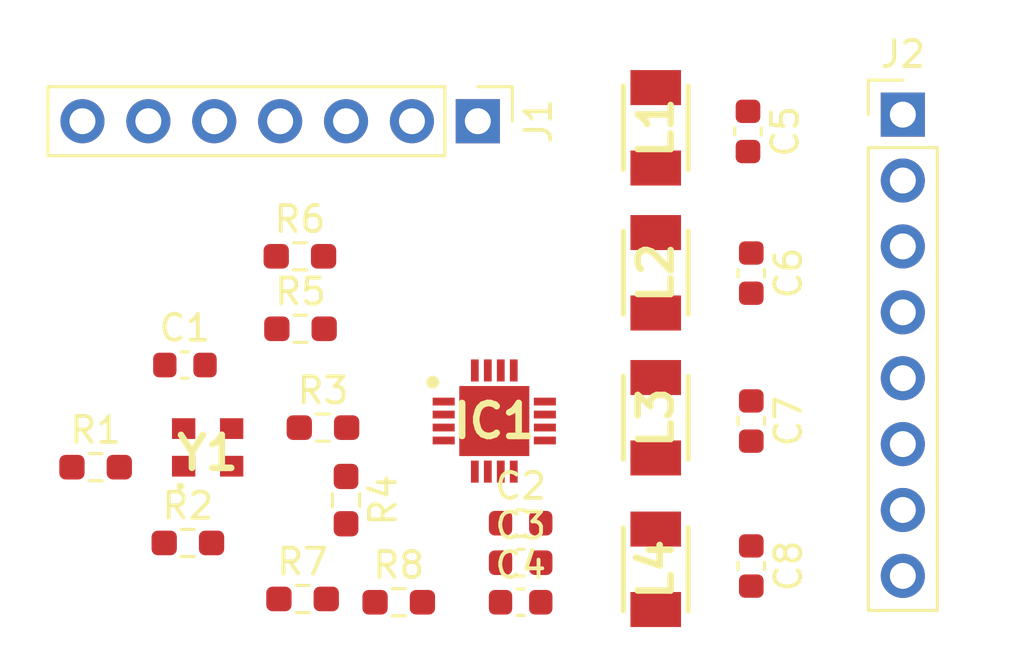
<source format=kicad_pcb>
(kicad_pcb (version 20171130) (host pcbnew "(5.1.10)-1")

  (general
    (thickness 1.6)
    (drawings 0)
    (tracks 0)
    (zones 0)
    (modules 24)
    (nets 21)
  )

  (page A4)
  (layers
    (0 F.Cu signal)
    (31 B.Cu signal)
    (32 B.Adhes user)
    (33 F.Adhes user)
    (34 B.Paste user)
    (35 F.Paste user)
    (36 B.SilkS user)
    (37 F.SilkS user)
    (38 B.Mask user)
    (39 F.Mask user)
    (40 Dwgs.User user)
    (41 Cmts.User user)
    (42 Eco1.User user)
    (43 Eco2.User user)
    (44 Edge.Cuts user)
    (45 Margin user)
    (46 B.CrtYd user)
    (47 F.CrtYd user)
    (48 B.Fab user)
    (49 F.Fab user)
  )

  (setup
    (last_trace_width 0.25)
    (trace_clearance 0.2)
    (zone_clearance 0.508)
    (zone_45_only no)
    (trace_min 0.2)
    (via_size 0.8)
    (via_drill 0.4)
    (via_min_size 0.4)
    (via_min_drill 0.3)
    (uvia_size 0.3)
    (uvia_drill 0.1)
    (uvias_allowed no)
    (uvia_min_size 0.2)
    (uvia_min_drill 0.1)
    (edge_width 0.05)
    (segment_width 0.2)
    (pcb_text_width 0.3)
    (pcb_text_size 1.5 1.5)
    (mod_edge_width 0.12)
    (mod_text_size 1 1)
    (mod_text_width 0.15)
    (pad_size 1.524 1.524)
    (pad_drill 0.762)
    (pad_to_mask_clearance 0)
    (aux_axis_origin 0 0)
    (visible_elements FFFFFF7F)
    (pcbplotparams
      (layerselection 0x010fc_ffffffff)
      (usegerberextensions false)
      (usegerberattributes true)
      (usegerberadvancedattributes true)
      (creategerberjobfile true)
      (excludeedgelayer true)
      (linewidth 0.100000)
      (plotframeref false)
      (viasonmask false)
      (mode 1)
      (useauxorigin false)
      (hpglpennumber 1)
      (hpglpenspeed 20)
      (hpglpendiameter 15.000000)
      (psnegative false)
      (psa4output false)
      (plotreference true)
      (plotvalue true)
      (plotinvisibletext false)
      (padsonsilk false)
      (subtractmaskfromsilk false)
      (outputformat 1)
      (mirror false)
      (drillshape 1)
      (scaleselection 1)
      (outputdirectory ""))
  )

  (net 0 "")
  (net 1 GND)
  (net 2 +3V3)
  (net 3 "Net-(C2-Pad1)")
  (net 4 IN3B)
  (net 5 IN3A)
  (net 6 IN2A)
  (net 7 IN2B)
  (net 8 IN1B)
  (net 9 IN1A)
  (net 10 IN0A)
  (net 11 IN0B)
  (net 12 SCL)
  (net 13 SDA)
  (net 14 "Net-(IC1-Pad3)")
  (net 15 Addr)
  (net 16 INTB)
  (net 17 SD)
  (net 18 "Net-(R1-Pad2)")
  (net 19 "Net-(R3-Pad1)")
  (net 20 ADDR)

  (net_class Default "This is the default net class."
    (clearance 0.2)
    (trace_width 0.25)
    (via_dia 0.8)
    (via_drill 0.4)
    (uvia_dia 0.3)
    (uvia_drill 0.1)
    (add_net +3V3)
    (add_net ADDR)
    (add_net Addr)
    (add_net GND)
    (add_net IN0A)
    (add_net IN0B)
    (add_net IN1A)
    (add_net IN1B)
    (add_net IN2A)
    (add_net IN2B)
    (add_net IN3A)
    (add_net IN3B)
    (add_net INTB)
    (add_net "Net-(C2-Pad1)")
    (add_net "Net-(IC1-Pad3)")
    (add_net "Net-(R1-Pad2)")
    (add_net "Net-(R3-Pad1)")
    (add_net SCL)
    (add_net SD)
    (add_net SDA)
  )

  (module Capacitor_SMD:C_0603_1608Metric (layer F.Cu) (tedit 5F68FEEE) (tstamp 60DAF6B6)
    (at 179.464 140.335)
    (descr "Capacitor SMD 0603 (1608 Metric), square (rectangular) end terminal, IPC_7351 nominal, (Body size source: IPC-SM-782 page 76, https://www.pcb-3d.com/wordpress/wp-content/uploads/ipc-sm-782a_amendment_1_and_2.pdf), generated with kicad-footprint-generator")
    (tags capacitor)
    (path /60DAA84A)
    (attr smd)
    (fp_text reference C1 (at 0 -1.43) (layer F.SilkS)
      (effects (font (size 1 1) (thickness 0.15)))
    )
    (fp_text value 0.01uF (at 0 1.43) (layer F.Fab)
      (effects (font (size 1 1) (thickness 0.15)))
    )
    (fp_text user %R (at 0 0) (layer F.Fab)
      (effects (font (size 0.4 0.4) (thickness 0.06)))
    )
    (fp_line (start -0.8 0.4) (end -0.8 -0.4) (layer F.Fab) (width 0.1))
    (fp_line (start -0.8 -0.4) (end 0.8 -0.4) (layer F.Fab) (width 0.1))
    (fp_line (start 0.8 -0.4) (end 0.8 0.4) (layer F.Fab) (width 0.1))
    (fp_line (start 0.8 0.4) (end -0.8 0.4) (layer F.Fab) (width 0.1))
    (fp_line (start -0.14058 -0.51) (end 0.14058 -0.51) (layer F.SilkS) (width 0.12))
    (fp_line (start -0.14058 0.51) (end 0.14058 0.51) (layer F.SilkS) (width 0.12))
    (fp_line (start -1.48 0.73) (end -1.48 -0.73) (layer F.CrtYd) (width 0.05))
    (fp_line (start -1.48 -0.73) (end 1.48 -0.73) (layer F.CrtYd) (width 0.05))
    (fp_line (start 1.48 -0.73) (end 1.48 0.73) (layer F.CrtYd) (width 0.05))
    (fp_line (start 1.48 0.73) (end -1.48 0.73) (layer F.CrtYd) (width 0.05))
    (pad 2 smd roundrect (at 0.775 0) (size 0.9 0.95) (layers F.Cu F.Paste F.Mask) (roundrect_rratio 0.25)
      (net 1 GND))
    (pad 1 smd roundrect (at -0.775 0) (size 0.9 0.95) (layers F.Cu F.Paste F.Mask) (roundrect_rratio 0.25)
      (net 2 +3V3))
    (model ${KISYS3DMOD}/Capacitor_SMD.3dshapes/C_0603_1608Metric.wrl
      (at (xyz 0 0 0))
      (scale (xyz 1 1 1))
      (rotate (xyz 0 0 0))
    )
  )

  (module Capacitor_SMD:C_0603_1608Metric (layer F.Cu) (tedit 5F68FEEE) (tstamp 60DAF716)
    (at 192.405 146.431)
    (descr "Capacitor SMD 0603 (1608 Metric), square (rectangular) end terminal, IPC_7351 nominal, (Body size source: IPC-SM-782 page 76, https://www.pcb-3d.com/wordpress/wp-content/uploads/ipc-sm-782a_amendment_1_and_2.pdf), generated with kicad-footprint-generator")
    (tags capacitor)
    (path /60DBB867)
    (attr smd)
    (fp_text reference C2 (at 0 -1.43) (layer F.SilkS)
      (effects (font (size 1 1) (thickness 0.15)))
    )
    (fp_text value 1uF (at 0 1.43) (layer F.Fab)
      (effects (font (size 1 1) (thickness 0.15)))
    )
    (fp_line (start 1.48 0.73) (end -1.48 0.73) (layer F.CrtYd) (width 0.05))
    (fp_line (start 1.48 -0.73) (end 1.48 0.73) (layer F.CrtYd) (width 0.05))
    (fp_line (start -1.48 -0.73) (end 1.48 -0.73) (layer F.CrtYd) (width 0.05))
    (fp_line (start -1.48 0.73) (end -1.48 -0.73) (layer F.CrtYd) (width 0.05))
    (fp_line (start -0.14058 0.51) (end 0.14058 0.51) (layer F.SilkS) (width 0.12))
    (fp_line (start -0.14058 -0.51) (end 0.14058 -0.51) (layer F.SilkS) (width 0.12))
    (fp_line (start 0.8 0.4) (end -0.8 0.4) (layer F.Fab) (width 0.1))
    (fp_line (start 0.8 -0.4) (end 0.8 0.4) (layer F.Fab) (width 0.1))
    (fp_line (start -0.8 -0.4) (end 0.8 -0.4) (layer F.Fab) (width 0.1))
    (fp_line (start -0.8 0.4) (end -0.8 -0.4) (layer F.Fab) (width 0.1))
    (fp_text user %R (at 0 0) (layer F.Fab)
      (effects (font (size 0.4 0.4) (thickness 0.06)))
    )
    (pad 1 smd roundrect (at -0.775 0) (size 0.9 0.95) (layers F.Cu F.Paste F.Mask) (roundrect_rratio 0.25)
      (net 3 "Net-(C2-Pad1)"))
    (pad 2 smd roundrect (at 0.775 0) (size 0.9 0.95) (layers F.Cu F.Paste F.Mask) (roundrect_rratio 0.25)
      (net 1 GND))
    (model ${KISYS3DMOD}/Capacitor_SMD.3dshapes/C_0603_1608Metric.wrl
      (at (xyz 0 0 0))
      (scale (xyz 1 1 1))
      (rotate (xyz 0 0 0))
    )
  )

  (module Capacitor_SMD:C_0603_1608Metric (layer F.Cu) (tedit 5F68FEEE) (tstamp 60DAF6E6)
    (at 192.405 147.955)
    (descr "Capacitor SMD 0603 (1608 Metric), square (rectangular) end terminal, IPC_7351 nominal, (Body size source: IPC-SM-782 page 76, https://www.pcb-3d.com/wordpress/wp-content/uploads/ipc-sm-782a_amendment_1_and_2.pdf), generated with kicad-footprint-generator")
    (tags capacitor)
    (path /60DBBCDC)
    (attr smd)
    (fp_text reference C3 (at 0 -1.43) (layer F.SilkS)
      (effects (font (size 1 1) (thickness 0.15)))
    )
    (fp_text value 0.1uF (at 0 1.43) (layer F.Fab)
      (effects (font (size 1 1) (thickness 0.15)))
    )
    (fp_line (start 1.48 0.73) (end -1.48 0.73) (layer F.CrtYd) (width 0.05))
    (fp_line (start 1.48 -0.73) (end 1.48 0.73) (layer F.CrtYd) (width 0.05))
    (fp_line (start -1.48 -0.73) (end 1.48 -0.73) (layer F.CrtYd) (width 0.05))
    (fp_line (start -1.48 0.73) (end -1.48 -0.73) (layer F.CrtYd) (width 0.05))
    (fp_line (start -0.14058 0.51) (end 0.14058 0.51) (layer F.SilkS) (width 0.12))
    (fp_line (start -0.14058 -0.51) (end 0.14058 -0.51) (layer F.SilkS) (width 0.12))
    (fp_line (start 0.8 0.4) (end -0.8 0.4) (layer F.Fab) (width 0.1))
    (fp_line (start 0.8 -0.4) (end 0.8 0.4) (layer F.Fab) (width 0.1))
    (fp_line (start -0.8 -0.4) (end 0.8 -0.4) (layer F.Fab) (width 0.1))
    (fp_line (start -0.8 0.4) (end -0.8 -0.4) (layer F.Fab) (width 0.1))
    (fp_text user %R (at 0 0) (layer F.Fab)
      (effects (font (size 0.4 0.4) (thickness 0.06)))
    )
    (pad 1 smd roundrect (at -0.775 0) (size 0.9 0.95) (layers F.Cu F.Paste F.Mask) (roundrect_rratio 0.25)
      (net 3 "Net-(C2-Pad1)"))
    (pad 2 smd roundrect (at 0.775 0) (size 0.9 0.95) (layers F.Cu F.Paste F.Mask) (roundrect_rratio 0.25)
      (net 1 GND))
    (model ${KISYS3DMOD}/Capacitor_SMD.3dshapes/C_0603_1608Metric.wrl
      (at (xyz 0 0 0))
      (scale (xyz 1 1 1))
      (rotate (xyz 0 0 0))
    )
  )

  (module Capacitor_SMD:C_0603_1608Metric (layer F.Cu) (tedit 5F68FEEE) (tstamp 60DAF686)
    (at 192.405 149.479)
    (descr "Capacitor SMD 0603 (1608 Metric), square (rectangular) end terminal, IPC_7351 nominal, (Body size source: IPC-SM-782 page 76, https://www.pcb-3d.com/wordpress/wp-content/uploads/ipc-sm-782a_amendment_1_and_2.pdf), generated with kicad-footprint-generator")
    (tags capacitor)
    (path /60DBC1A7)
    (attr smd)
    (fp_text reference C4 (at 0 -1.43) (layer F.SilkS)
      (effects (font (size 1 1) (thickness 0.15)))
    )
    (fp_text value 0.01uF (at 0 1.43) (layer F.Fab)
      (effects (font (size 1 1) (thickness 0.15)))
    )
    (fp_text user %R (at 0 0) (layer F.Fab)
      (effects (font (size 0.4 0.4) (thickness 0.06)))
    )
    (fp_line (start -0.8 0.4) (end -0.8 -0.4) (layer F.Fab) (width 0.1))
    (fp_line (start -0.8 -0.4) (end 0.8 -0.4) (layer F.Fab) (width 0.1))
    (fp_line (start 0.8 -0.4) (end 0.8 0.4) (layer F.Fab) (width 0.1))
    (fp_line (start 0.8 0.4) (end -0.8 0.4) (layer F.Fab) (width 0.1))
    (fp_line (start -0.14058 -0.51) (end 0.14058 -0.51) (layer F.SilkS) (width 0.12))
    (fp_line (start -0.14058 0.51) (end 0.14058 0.51) (layer F.SilkS) (width 0.12))
    (fp_line (start -1.48 0.73) (end -1.48 -0.73) (layer F.CrtYd) (width 0.05))
    (fp_line (start -1.48 -0.73) (end 1.48 -0.73) (layer F.CrtYd) (width 0.05))
    (fp_line (start 1.48 -0.73) (end 1.48 0.73) (layer F.CrtYd) (width 0.05))
    (fp_line (start 1.48 0.73) (end -1.48 0.73) (layer F.CrtYd) (width 0.05))
    (pad 2 smd roundrect (at 0.775 0) (size 0.9 0.95) (layers F.Cu F.Paste F.Mask) (roundrect_rratio 0.25)
      (net 1 GND))
    (pad 1 smd roundrect (at -0.775 0) (size 0.9 0.95) (layers F.Cu F.Paste F.Mask) (roundrect_rratio 0.25)
      (net 3 "Net-(C2-Pad1)"))
    (model ${KISYS3DMOD}/Capacitor_SMD.3dshapes/C_0603_1608Metric.wrl
      (at (xyz 0 0 0))
      (scale (xyz 1 1 1))
      (rotate (xyz 0 0 0))
    )
  )

  (module Capacitor_SMD:C_0603_1608Metric (layer F.Cu) (tedit 5F68FEEE) (tstamp 60DAF656)
    (at 201.168 131.331 270)
    (descr "Capacitor SMD 0603 (1608 Metric), square (rectangular) end terminal, IPC_7351 nominal, (Body size source: IPC-SM-782 page 76, https://www.pcb-3d.com/wordpress/wp-content/uploads/ipc-sm-782a_amendment_1_and_2.pdf), generated with kicad-footprint-generator")
    (tags capacitor)
    (path /60DC7EDB)
    (attr smd)
    (fp_text reference C5 (at 0 -1.43 90) (layer F.SilkS)
      (effects (font (size 1 1) (thickness 0.15)))
    )
    (fp_text value 33pF (at 0 1.43 90) (layer F.Fab)
      (effects (font (size 1 1) (thickness 0.15)))
    )
    (fp_line (start 1.48 0.73) (end -1.48 0.73) (layer F.CrtYd) (width 0.05))
    (fp_line (start 1.48 -0.73) (end 1.48 0.73) (layer F.CrtYd) (width 0.05))
    (fp_line (start -1.48 -0.73) (end 1.48 -0.73) (layer F.CrtYd) (width 0.05))
    (fp_line (start -1.48 0.73) (end -1.48 -0.73) (layer F.CrtYd) (width 0.05))
    (fp_line (start -0.14058 0.51) (end 0.14058 0.51) (layer F.SilkS) (width 0.12))
    (fp_line (start -0.14058 -0.51) (end 0.14058 -0.51) (layer F.SilkS) (width 0.12))
    (fp_line (start 0.8 0.4) (end -0.8 0.4) (layer F.Fab) (width 0.1))
    (fp_line (start 0.8 -0.4) (end 0.8 0.4) (layer F.Fab) (width 0.1))
    (fp_line (start -0.8 -0.4) (end 0.8 -0.4) (layer F.Fab) (width 0.1))
    (fp_line (start -0.8 0.4) (end -0.8 -0.4) (layer F.Fab) (width 0.1))
    (fp_text user %R (at 0 0 90) (layer F.Fab)
      (effects (font (size 0.4 0.4) (thickness 0.06)))
    )
    (pad 1 smd roundrect (at -0.775 0 270) (size 0.9 0.95) (layers F.Cu F.Paste F.Mask) (roundrect_rratio 0.25)
      (net 4 IN3B))
    (pad 2 smd roundrect (at 0.775 0 270) (size 0.9 0.95) (layers F.Cu F.Paste F.Mask) (roundrect_rratio 0.25)
      (net 5 IN3A))
    (model ${KISYS3DMOD}/Capacitor_SMD.3dshapes/C_0603_1608Metric.wrl
      (at (xyz 0 0 0))
      (scale (xyz 1 1 1))
      (rotate (xyz 0 0 0))
    )
  )

  (module Capacitor_SMD:C_0603_1608Metric (layer F.Cu) (tedit 5F68FEEE) (tstamp 60DAF626)
    (at 201.295 136.792 270)
    (descr "Capacitor SMD 0603 (1608 Metric), square (rectangular) end terminal, IPC_7351 nominal, (Body size source: IPC-SM-782 page 76, https://www.pcb-3d.com/wordpress/wp-content/uploads/ipc-sm-782a_amendment_1_and_2.pdf), generated with kicad-footprint-generator")
    (tags capacitor)
    (path /60DC8520)
    (attr smd)
    (fp_text reference C6 (at 0 -1.43 90) (layer F.SilkS)
      (effects (font (size 1 1) (thickness 0.15)))
    )
    (fp_text value 33pF (at 0 1.43 90) (layer F.Fab)
      (effects (font (size 1 1) (thickness 0.15)))
    )
    (fp_text user %R (at 0 0 90) (layer F.Fab)
      (effects (font (size 0.4 0.4) (thickness 0.06)))
    )
    (fp_line (start -0.8 0.4) (end -0.8 -0.4) (layer F.Fab) (width 0.1))
    (fp_line (start -0.8 -0.4) (end 0.8 -0.4) (layer F.Fab) (width 0.1))
    (fp_line (start 0.8 -0.4) (end 0.8 0.4) (layer F.Fab) (width 0.1))
    (fp_line (start 0.8 0.4) (end -0.8 0.4) (layer F.Fab) (width 0.1))
    (fp_line (start -0.14058 -0.51) (end 0.14058 -0.51) (layer F.SilkS) (width 0.12))
    (fp_line (start -0.14058 0.51) (end 0.14058 0.51) (layer F.SilkS) (width 0.12))
    (fp_line (start -1.48 0.73) (end -1.48 -0.73) (layer F.CrtYd) (width 0.05))
    (fp_line (start -1.48 -0.73) (end 1.48 -0.73) (layer F.CrtYd) (width 0.05))
    (fp_line (start 1.48 -0.73) (end 1.48 0.73) (layer F.CrtYd) (width 0.05))
    (fp_line (start 1.48 0.73) (end -1.48 0.73) (layer F.CrtYd) (width 0.05))
    (pad 2 smd roundrect (at 0.775 0 270) (size 0.9 0.95) (layers F.Cu F.Paste F.Mask) (roundrect_rratio 0.25)
      (net 6 IN2A))
    (pad 1 smd roundrect (at -0.775 0 270) (size 0.9 0.95) (layers F.Cu F.Paste F.Mask) (roundrect_rratio 0.25)
      (net 7 IN2B))
    (model ${KISYS3DMOD}/Capacitor_SMD.3dshapes/C_0603_1608Metric.wrl
      (at (xyz 0 0 0))
      (scale (xyz 1 1 1))
      (rotate (xyz 0 0 0))
    )
  )

  (module Capacitor_SMD:C_0603_1608Metric (layer F.Cu) (tedit 5F68FEEE) (tstamp 60DAF7A3)
    (at 201.295 142.494 270)
    (descr "Capacitor SMD 0603 (1608 Metric), square (rectangular) end terminal, IPC_7351 nominal, (Body size source: IPC-SM-782 page 76, https://www.pcb-3d.com/wordpress/wp-content/uploads/ipc-sm-782a_amendment_1_and_2.pdf), generated with kicad-footprint-generator")
    (tags capacitor)
    (path /60DC8AC9)
    (attr smd)
    (fp_text reference C7 (at 0 -1.43 90) (layer F.SilkS)
      (effects (font (size 1 1) (thickness 0.15)))
    )
    (fp_text value 33pF (at 0 1.43 90) (layer F.Fab)
      (effects (font (size 1 1) (thickness 0.15)))
    )
    (fp_line (start 1.48 0.73) (end -1.48 0.73) (layer F.CrtYd) (width 0.05))
    (fp_line (start 1.48 -0.73) (end 1.48 0.73) (layer F.CrtYd) (width 0.05))
    (fp_line (start -1.48 -0.73) (end 1.48 -0.73) (layer F.CrtYd) (width 0.05))
    (fp_line (start -1.48 0.73) (end -1.48 -0.73) (layer F.CrtYd) (width 0.05))
    (fp_line (start -0.14058 0.51) (end 0.14058 0.51) (layer F.SilkS) (width 0.12))
    (fp_line (start -0.14058 -0.51) (end 0.14058 -0.51) (layer F.SilkS) (width 0.12))
    (fp_line (start 0.8 0.4) (end -0.8 0.4) (layer F.Fab) (width 0.1))
    (fp_line (start 0.8 -0.4) (end 0.8 0.4) (layer F.Fab) (width 0.1))
    (fp_line (start -0.8 -0.4) (end 0.8 -0.4) (layer F.Fab) (width 0.1))
    (fp_line (start -0.8 0.4) (end -0.8 -0.4) (layer F.Fab) (width 0.1))
    (fp_text user %R (at 0 0 90) (layer F.Fab)
      (effects (font (size 0.4 0.4) (thickness 0.06)))
    )
    (pad 1 smd roundrect (at -0.775 0 270) (size 0.9 0.95) (layers F.Cu F.Paste F.Mask) (roundrect_rratio 0.25)
      (net 8 IN1B))
    (pad 2 smd roundrect (at 0.775 0 270) (size 0.9 0.95) (layers F.Cu F.Paste F.Mask) (roundrect_rratio 0.25)
      (net 9 IN1A))
    (model ${KISYS3DMOD}/Capacitor_SMD.3dshapes/C_0603_1608Metric.wrl
      (at (xyz 0 0 0))
      (scale (xyz 1 1 1))
      (rotate (xyz 0 0 0))
    )
  )

  (module Capacitor_SMD:C_0603_1608Metric (layer F.Cu) (tedit 5F68FEEE) (tstamp 60DAF5F6)
    (at 201.295 148.082 270)
    (descr "Capacitor SMD 0603 (1608 Metric), square (rectangular) end terminal, IPC_7351 nominal, (Body size source: IPC-SM-782 page 76, https://www.pcb-3d.com/wordpress/wp-content/uploads/ipc-sm-782a_amendment_1_and_2.pdf), generated with kicad-footprint-generator")
    (tags capacitor)
    (path /60DC9042)
    (attr smd)
    (fp_text reference C8 (at 0 -1.43 90) (layer F.SilkS)
      (effects (font (size 1 1) (thickness 0.15)))
    )
    (fp_text value 33pF (at 0 1.43 90) (layer F.Fab)
      (effects (font (size 1 1) (thickness 0.15)))
    )
    (fp_text user %R (at 0 0 90) (layer F.Fab)
      (effects (font (size 0.4 0.4) (thickness 0.06)))
    )
    (fp_line (start -0.8 0.4) (end -0.8 -0.4) (layer F.Fab) (width 0.1))
    (fp_line (start -0.8 -0.4) (end 0.8 -0.4) (layer F.Fab) (width 0.1))
    (fp_line (start 0.8 -0.4) (end 0.8 0.4) (layer F.Fab) (width 0.1))
    (fp_line (start 0.8 0.4) (end -0.8 0.4) (layer F.Fab) (width 0.1))
    (fp_line (start -0.14058 -0.51) (end 0.14058 -0.51) (layer F.SilkS) (width 0.12))
    (fp_line (start -0.14058 0.51) (end 0.14058 0.51) (layer F.SilkS) (width 0.12))
    (fp_line (start -1.48 0.73) (end -1.48 -0.73) (layer F.CrtYd) (width 0.05))
    (fp_line (start -1.48 -0.73) (end 1.48 -0.73) (layer F.CrtYd) (width 0.05))
    (fp_line (start 1.48 -0.73) (end 1.48 0.73) (layer F.CrtYd) (width 0.05))
    (fp_line (start 1.48 0.73) (end -1.48 0.73) (layer F.CrtYd) (width 0.05))
    (pad 2 smd roundrect (at 0.775 0 270) (size 0.9 0.95) (layers F.Cu F.Paste F.Mask) (roundrect_rratio 0.25)
      (net 10 IN0A))
    (pad 1 smd roundrect (at -0.775 0 270) (size 0.9 0.95) (layers F.Cu F.Paste F.Mask) (roundrect_rratio 0.25)
      (net 11 IN0B))
    (model ${KISYS3DMOD}/Capacitor_SMD.3dshapes/C_0603_1608Metric.wrl
      (at (xyz 0 0 0))
      (scale (xyz 1 1 1))
      (rotate (xyz 0 0 0))
    )
  )

  (module QFN50P400X400X80-17N (layer F.Cu) (tedit 0) (tstamp 60DAF755)
    (at 191.389 142.494)
    (descr "RGH0016A 2021")
    (tags "Integrated Circuit")
    (path /60DA3158)
    (attr smd)
    (fp_text reference IC1 (at 0 0) (layer F.SilkS)
      (effects (font (size 1.27 1.27) (thickness 0.254)))
    )
    (fp_text value FDC2214QRGHRQ1 (at 0 0) (layer F.SilkS) hide
      (effects (font (size 1.27 1.27) (thickness 0.254)))
    )
    (fp_circle (center -2.375 -1.5) (end -2.375 -1.375) (layer F.SilkS) (width 0.25))
    (fp_line (start -2 -1.5) (end -1.5 -2) (layer F.Fab) (width 0.1))
    (fp_line (start -2 2) (end -2 -2) (layer F.Fab) (width 0.1))
    (fp_line (start 2 2) (end -2 2) (layer F.Fab) (width 0.1))
    (fp_line (start 2 -2) (end 2 2) (layer F.Fab) (width 0.1))
    (fp_line (start -2 -2) (end 2 -2) (layer F.Fab) (width 0.1))
    (fp_line (start -2.625 2.625) (end -2.625 -2.625) (layer F.CrtYd) (width 0.05))
    (fp_line (start 2.625 2.625) (end -2.625 2.625) (layer F.CrtYd) (width 0.05))
    (fp_line (start 2.625 -2.625) (end 2.625 2.625) (layer F.CrtYd) (width 0.05))
    (fp_line (start -2.625 -2.625) (end 2.625 -2.625) (layer F.CrtYd) (width 0.05))
    (fp_text user %R (at 0 0) (layer F.Fab)
      (effects (font (size 1.27 1.27) (thickness 0.254)))
    )
    (pad 1 smd rect (at -1.95 -0.75 90) (size 0.3 0.85) (layers F.Cu F.Paste F.Mask)
      (net 12 SCL))
    (pad 2 smd rect (at -1.95 -0.25 90) (size 0.3 0.85) (layers F.Cu F.Paste F.Mask)
      (net 13 SDA))
    (pad 3 smd rect (at -1.95 0.25 90) (size 0.3 0.85) (layers F.Cu F.Paste F.Mask)
      (net 14 "Net-(IC1-Pad3)"))
    (pad 4 smd rect (at -1.95 0.75 90) (size 0.3 0.85) (layers F.Cu F.Paste F.Mask)
      (net 15 Addr))
    (pad 5 smd rect (at -0.75 1.95) (size 0.3 0.85) (layers F.Cu F.Paste F.Mask)
      (net 16 INTB))
    (pad 6 smd rect (at -0.25 1.95) (size 0.3 0.85) (layers F.Cu F.Paste F.Mask)
      (net 17 SD))
    (pad 7 smd rect (at 0.25 1.95) (size 0.3 0.85) (layers F.Cu F.Paste F.Mask)
      (net 3 "Net-(C2-Pad1)"))
    (pad 8 smd rect (at 0.75 1.95) (size 0.3 0.85) (layers F.Cu F.Paste F.Mask)
      (net 1 GND))
    (pad 9 smd rect (at 1.95 0.75 90) (size 0.3 0.85) (layers F.Cu F.Paste F.Mask)
      (net 10 IN0A))
    (pad 10 smd rect (at 1.95 0.25 90) (size 0.3 0.85) (layers F.Cu F.Paste F.Mask)
      (net 11 IN0B))
    (pad 11 smd rect (at 1.95 -0.25 90) (size 0.3 0.85) (layers F.Cu F.Paste F.Mask)
      (net 9 IN1A))
    (pad 12 smd rect (at 1.95 -0.75 90) (size 0.3 0.85) (layers F.Cu F.Paste F.Mask)
      (net 8 IN1B))
    (pad 13 smd rect (at 0.75 -1.95) (size 0.3 0.85) (layers F.Cu F.Paste F.Mask)
      (net 6 IN2A))
    (pad 14 smd rect (at 0.25 -1.95) (size 0.3 0.85) (layers F.Cu F.Paste F.Mask)
      (net 7 IN2B))
    (pad 15 smd rect (at -0.25 -1.95) (size 0.3 0.85) (layers F.Cu F.Paste F.Mask)
      (net 5 IN3A))
    (pad 16 smd rect (at -0.75 -1.95) (size 0.3 0.85) (layers F.Cu F.Paste F.Mask)
      (net 4 IN3B))
    (pad 17 smd rect (at 0 0) (size 2.7 2.7) (layers F.Cu F.Paste F.Mask)
      (net 1 GND))
    (model C:\SamacSys_PCB_Library\KiCad\SamacSys_Parts.3dshapes\FDC2214QRGHRQ1.stp
      (at (xyz 0 0 0))
      (scale (xyz 1 1 1))
      (rotate (xyz 0 0 0))
    )
  )

  (module Connector_PinHeader_2.54mm:PinHeader_1x07_P2.54mm_Vertical (layer F.Cu) (tedit 59FED5CC) (tstamp 60DAF3E1)
    (at 190.754 130.937 270)
    (descr "Through hole straight pin header, 1x07, 2.54mm pitch, single row")
    (tags "Through hole pin header THT 1x07 2.54mm single row")
    (path /60DE4AAE)
    (fp_text reference J1 (at 0 -2.33 90) (layer F.SilkS)
      (effects (font (size 1 1) (thickness 0.15)))
    )
    (fp_text value Conn_01x07 (at 0 17.57 90) (layer F.Fab)
      (effects (font (size 1 1) (thickness 0.15)))
    )
    (fp_line (start 1.8 -1.8) (end -1.8 -1.8) (layer F.CrtYd) (width 0.05))
    (fp_line (start 1.8 17.05) (end 1.8 -1.8) (layer F.CrtYd) (width 0.05))
    (fp_line (start -1.8 17.05) (end 1.8 17.05) (layer F.CrtYd) (width 0.05))
    (fp_line (start -1.8 -1.8) (end -1.8 17.05) (layer F.CrtYd) (width 0.05))
    (fp_line (start -1.33 -1.33) (end 0 -1.33) (layer F.SilkS) (width 0.12))
    (fp_line (start -1.33 0) (end -1.33 -1.33) (layer F.SilkS) (width 0.12))
    (fp_line (start -1.33 1.27) (end 1.33 1.27) (layer F.SilkS) (width 0.12))
    (fp_line (start 1.33 1.27) (end 1.33 16.57) (layer F.SilkS) (width 0.12))
    (fp_line (start -1.33 1.27) (end -1.33 16.57) (layer F.SilkS) (width 0.12))
    (fp_line (start -1.33 16.57) (end 1.33 16.57) (layer F.SilkS) (width 0.12))
    (fp_line (start -1.27 -0.635) (end -0.635 -1.27) (layer F.Fab) (width 0.1))
    (fp_line (start -1.27 16.51) (end -1.27 -0.635) (layer F.Fab) (width 0.1))
    (fp_line (start 1.27 16.51) (end -1.27 16.51) (layer F.Fab) (width 0.1))
    (fp_line (start 1.27 -1.27) (end 1.27 16.51) (layer F.Fab) (width 0.1))
    (fp_line (start -0.635 -1.27) (end 1.27 -1.27) (layer F.Fab) (width 0.1))
    (fp_text user %R (at 0 7.62) (layer F.Fab)
      (effects (font (size 1 1) (thickness 0.15)))
    )
    (pad 1 thru_hole rect (at 0 0 270) (size 1.7 1.7) (drill 1) (layers *.Cu *.Mask)
      (net 1 GND))
    (pad 2 thru_hole oval (at 0 2.54 270) (size 1.7 1.7) (drill 1) (layers *.Cu *.Mask)
      (net 2 +3V3))
    (pad 3 thru_hole oval (at 0 5.08 270) (size 1.7 1.7) (drill 1) (layers *.Cu *.Mask)
      (net 17 SD))
    (pad 4 thru_hole oval (at 0 7.62 270) (size 1.7 1.7) (drill 1) (layers *.Cu *.Mask)
      (net 16 INTB))
    (pad 5 thru_hole oval (at 0 10.16 270) (size 1.7 1.7) (drill 1) (layers *.Cu *.Mask)
      (net 20 ADDR))
    (pad 6 thru_hole oval (at 0 12.7 270) (size 1.7 1.7) (drill 1) (layers *.Cu *.Mask)
      (net 13 SDA))
    (pad 7 thru_hole oval (at 0 15.24 270) (size 1.7 1.7) (drill 1) (layers *.Cu *.Mask)
      (net 12 SCL))
    (model ${KISYS3DMOD}/Connector_PinHeader_2.54mm.3dshapes/PinHeader_1x07_P2.54mm_Vertical.wrl
      (at (xyz 0 0 0))
      (scale (xyz 1 1 1))
      (rotate (xyz 0 0 0))
    )
  )

  (module Connector_PinHeader_2.54mm:PinHeader_1x08_P2.54mm_Vertical (layer F.Cu) (tedit 59FED5CC) (tstamp 60DAF430)
    (at 207.137 130.683)
    (descr "Through hole straight pin header, 1x08, 2.54mm pitch, single row")
    (tags "Through hole pin header THT 1x08 2.54mm single row")
    (path /60DE4177)
    (fp_text reference J2 (at 0 -2.33) (layer F.SilkS)
      (effects (font (size 1 1) (thickness 0.15)))
    )
    (fp_text value Conn_01x08 (at 0 20.11) (layer F.Fab)
      (effects (font (size 1 1) (thickness 0.15)))
    )
    (fp_line (start 1.8 -1.8) (end -1.8 -1.8) (layer F.CrtYd) (width 0.05))
    (fp_line (start 1.8 19.55) (end 1.8 -1.8) (layer F.CrtYd) (width 0.05))
    (fp_line (start -1.8 19.55) (end 1.8 19.55) (layer F.CrtYd) (width 0.05))
    (fp_line (start -1.8 -1.8) (end -1.8 19.55) (layer F.CrtYd) (width 0.05))
    (fp_line (start -1.33 -1.33) (end 0 -1.33) (layer F.SilkS) (width 0.12))
    (fp_line (start -1.33 0) (end -1.33 -1.33) (layer F.SilkS) (width 0.12))
    (fp_line (start -1.33 1.27) (end 1.33 1.27) (layer F.SilkS) (width 0.12))
    (fp_line (start 1.33 1.27) (end 1.33 19.11) (layer F.SilkS) (width 0.12))
    (fp_line (start -1.33 1.27) (end -1.33 19.11) (layer F.SilkS) (width 0.12))
    (fp_line (start -1.33 19.11) (end 1.33 19.11) (layer F.SilkS) (width 0.12))
    (fp_line (start -1.27 -0.635) (end -0.635 -1.27) (layer F.Fab) (width 0.1))
    (fp_line (start -1.27 19.05) (end -1.27 -0.635) (layer F.Fab) (width 0.1))
    (fp_line (start 1.27 19.05) (end -1.27 19.05) (layer F.Fab) (width 0.1))
    (fp_line (start 1.27 -1.27) (end 1.27 19.05) (layer F.Fab) (width 0.1))
    (fp_line (start -0.635 -1.27) (end 1.27 -1.27) (layer F.Fab) (width 0.1))
    (fp_text user %R (at 0 8.89 90) (layer F.Fab)
      (effects (font (size 1 1) (thickness 0.15)))
    )
    (pad 1 thru_hole rect (at 0 0) (size 1.7 1.7) (drill 1) (layers *.Cu *.Mask)
      (net 4 IN3B))
    (pad 2 thru_hole oval (at 0 2.54) (size 1.7 1.7) (drill 1) (layers *.Cu *.Mask)
      (net 5 IN3A))
    (pad 3 thru_hole oval (at 0 5.08) (size 1.7 1.7) (drill 1) (layers *.Cu *.Mask)
      (net 7 IN2B))
    (pad 4 thru_hole oval (at 0 7.62) (size 1.7 1.7) (drill 1) (layers *.Cu *.Mask)
      (net 6 IN2A))
    (pad 5 thru_hole oval (at 0 10.16) (size 1.7 1.7) (drill 1) (layers *.Cu *.Mask)
      (net 8 IN1B))
    (pad 6 thru_hole oval (at 0 12.7) (size 1.7 1.7) (drill 1) (layers *.Cu *.Mask)
      (net 9 IN1A))
    (pad 7 thru_hole oval (at 0 15.24) (size 1.7 1.7) (drill 1) (layers *.Cu *.Mask)
      (net 11 IN0B))
    (pad 8 thru_hole oval (at 0 17.78) (size 1.7 1.7) (drill 1) (layers *.Cu *.Mask)
      (net 10 IN0A))
    (model ${KISYS3DMOD}/Connector_PinHeader_2.54mm.3dshapes/PinHeader_1x08_P2.54mm_Vertical.wrl
      (at (xyz 0 0 0))
      (scale (xyz 1 1 1))
      (rotate (xyz 0 0 0))
    )
  )

  (module INDPM3225X240N (layer F.Cu) (tedit 0) (tstamp 60DAF305)
    (at 197.612 131.191 90)
    (descr CMH322522)
    (tags Inductor)
    (path /60DC4DAE)
    (attr smd)
    (fp_text reference L1 (at 0 0 90) (layer F.SilkS)
      (effects (font (size 1.27 1.27) (thickness 0.254)))
    )
    (fp_text value CMH322522-180KL (at 0 0 90) (layer F.SilkS) hide
      (effects (font (size 1.27 1.27) (thickness 0.254)))
    )
    (fp_line (start -1.6 1.25) (end 1.6 1.25) (layer F.SilkS) (width 0.2))
    (fp_line (start 1.6 -1.25) (end -1.6 -1.25) (layer F.SilkS) (width 0.2))
    (fp_line (start -1.6 1.25) (end -1.6 -1.25) (layer F.Fab) (width 0.1))
    (fp_line (start 1.6 1.25) (end -1.6 1.25) (layer F.Fab) (width 0.1))
    (fp_line (start 1.6 -1.25) (end 1.6 1.25) (layer F.Fab) (width 0.1))
    (fp_line (start -1.6 -1.25) (end 1.6 -1.25) (layer F.Fab) (width 0.1))
    (fp_line (start -2.475 1.6) (end -2.475 -1.6) (layer F.CrtYd) (width 0.05))
    (fp_line (start 2.475 1.6) (end -2.475 1.6) (layer F.CrtYd) (width 0.05))
    (fp_line (start 2.475 -1.6) (end 2.475 1.6) (layer F.CrtYd) (width 0.05))
    (fp_line (start -2.475 -1.6) (end 2.475 -1.6) (layer F.CrtYd) (width 0.05))
    (fp_text user %R (at 0 0 90) (layer F.Fab)
      (effects (font (size 1.27 1.27) (thickness 0.254)))
    )
    (pad 1 smd rect (at -1.55 0 90) (size 1.35 1.95) (layers F.Cu F.Paste F.Mask)
      (net 5 IN3A))
    (pad 2 smd rect (at 1.55 0 90) (size 1.35 1.95) (layers F.Cu F.Paste F.Mask)
      (net 4 IN3B))
    (model C:\SamacSys_PCB_Library\KiCad\SamacSys_Parts.3dshapes\CMH322522-180KL.stp
      (at (xyz 0 0 0))
      (scale (xyz 1 1 1))
      (rotate (xyz 0 0 0))
    )
  )

  (module INDPM3225X240N (layer F.Cu) (tedit 0) (tstamp 60DAF5C6)
    (at 197.612 136.779 90)
    (descr CMH322522)
    (tags Inductor)
    (path /60DA4119)
    (attr smd)
    (fp_text reference L2 (at 0 0 90) (layer F.SilkS)
      (effects (font (size 1.27 1.27) (thickness 0.254)))
    )
    (fp_text value CMH322522-180KL (at 0 0 90) (layer F.SilkS) hide
      (effects (font (size 1.27 1.27) (thickness 0.254)))
    )
    (fp_text user %R (at 0 0 90) (layer F.Fab)
      (effects (font (size 1.27 1.27) (thickness 0.254)))
    )
    (fp_line (start -2.475 -1.6) (end 2.475 -1.6) (layer F.CrtYd) (width 0.05))
    (fp_line (start 2.475 -1.6) (end 2.475 1.6) (layer F.CrtYd) (width 0.05))
    (fp_line (start 2.475 1.6) (end -2.475 1.6) (layer F.CrtYd) (width 0.05))
    (fp_line (start -2.475 1.6) (end -2.475 -1.6) (layer F.CrtYd) (width 0.05))
    (fp_line (start -1.6 -1.25) (end 1.6 -1.25) (layer F.Fab) (width 0.1))
    (fp_line (start 1.6 -1.25) (end 1.6 1.25) (layer F.Fab) (width 0.1))
    (fp_line (start 1.6 1.25) (end -1.6 1.25) (layer F.Fab) (width 0.1))
    (fp_line (start -1.6 1.25) (end -1.6 -1.25) (layer F.Fab) (width 0.1))
    (fp_line (start 1.6 -1.25) (end -1.6 -1.25) (layer F.SilkS) (width 0.2))
    (fp_line (start -1.6 1.25) (end 1.6 1.25) (layer F.SilkS) (width 0.2))
    (pad 2 smd rect (at 1.55 0 90) (size 1.35 1.95) (layers F.Cu F.Paste F.Mask)
      (net 7 IN2B))
    (pad 1 smd rect (at -1.55 0 90) (size 1.35 1.95) (layers F.Cu F.Paste F.Mask)
      (net 6 IN2A))
    (model C:\SamacSys_PCB_Library\KiCad\SamacSys_Parts.3dshapes\CMH322522-180KL.stp
      (at (xyz 0 0 0))
      (scale (xyz 1 1 1))
      (rotate (xyz 0 0 0))
    )
  )

  (module INDPM3225X240N (layer F.Cu) (tedit 0) (tstamp 60DAF596)
    (at 197.612 142.367 90)
    (descr CMH322522)
    (tags Inductor)
    (path /60DC35E5)
    (attr smd)
    (fp_text reference L3 (at 0 0 90) (layer F.SilkS)
      (effects (font (size 1.27 1.27) (thickness 0.254)))
    )
    (fp_text value CMH322522-180KL (at 0 0 90) (layer F.SilkS) hide
      (effects (font (size 1.27 1.27) (thickness 0.254)))
    )
    (fp_line (start -1.6 1.25) (end 1.6 1.25) (layer F.SilkS) (width 0.2))
    (fp_line (start 1.6 -1.25) (end -1.6 -1.25) (layer F.SilkS) (width 0.2))
    (fp_line (start -1.6 1.25) (end -1.6 -1.25) (layer F.Fab) (width 0.1))
    (fp_line (start 1.6 1.25) (end -1.6 1.25) (layer F.Fab) (width 0.1))
    (fp_line (start 1.6 -1.25) (end 1.6 1.25) (layer F.Fab) (width 0.1))
    (fp_line (start -1.6 -1.25) (end 1.6 -1.25) (layer F.Fab) (width 0.1))
    (fp_line (start -2.475 1.6) (end -2.475 -1.6) (layer F.CrtYd) (width 0.05))
    (fp_line (start 2.475 1.6) (end -2.475 1.6) (layer F.CrtYd) (width 0.05))
    (fp_line (start 2.475 -1.6) (end 2.475 1.6) (layer F.CrtYd) (width 0.05))
    (fp_line (start -2.475 -1.6) (end 2.475 -1.6) (layer F.CrtYd) (width 0.05))
    (fp_text user %R (at 0 0 90) (layer F.Fab)
      (effects (font (size 1.27 1.27) (thickness 0.254)))
    )
    (pad 1 smd rect (at -1.55 0 90) (size 1.35 1.95) (layers F.Cu F.Paste F.Mask)
      (net 9 IN1A))
    (pad 2 smd rect (at 1.55 0 90) (size 1.35 1.95) (layers F.Cu F.Paste F.Mask)
      (net 8 IN1B))
    (model C:\SamacSys_PCB_Library\KiCad\SamacSys_Parts.3dshapes\CMH322522-180KL.stp
      (at (xyz 0 0 0))
      (scale (xyz 1 1 1))
      (rotate (xyz 0 0 0))
    )
  )

  (module INDPM3225X240N (layer F.Cu) (tedit 0) (tstamp 60DAF335)
    (at 197.612 148.209 90)
    (descr CMH322522)
    (tags Inductor)
    (path /60DC415C)
    (attr smd)
    (fp_text reference L4 (at 0 0 90) (layer F.SilkS)
      (effects (font (size 1.27 1.27) (thickness 0.254)))
    )
    (fp_text value CMH322522-180KL (at 0 0 90) (layer F.SilkS) hide
      (effects (font (size 1.27 1.27) (thickness 0.254)))
    )
    (fp_text user %R (at 0 0 90) (layer F.Fab)
      (effects (font (size 1.27 1.27) (thickness 0.254)))
    )
    (fp_line (start -2.475 -1.6) (end 2.475 -1.6) (layer F.CrtYd) (width 0.05))
    (fp_line (start 2.475 -1.6) (end 2.475 1.6) (layer F.CrtYd) (width 0.05))
    (fp_line (start 2.475 1.6) (end -2.475 1.6) (layer F.CrtYd) (width 0.05))
    (fp_line (start -2.475 1.6) (end -2.475 -1.6) (layer F.CrtYd) (width 0.05))
    (fp_line (start -1.6 -1.25) (end 1.6 -1.25) (layer F.Fab) (width 0.1))
    (fp_line (start 1.6 -1.25) (end 1.6 1.25) (layer F.Fab) (width 0.1))
    (fp_line (start 1.6 1.25) (end -1.6 1.25) (layer F.Fab) (width 0.1))
    (fp_line (start -1.6 1.25) (end -1.6 -1.25) (layer F.Fab) (width 0.1))
    (fp_line (start 1.6 -1.25) (end -1.6 -1.25) (layer F.SilkS) (width 0.2))
    (fp_line (start -1.6 1.25) (end 1.6 1.25) (layer F.SilkS) (width 0.2))
    (pad 2 smd rect (at 1.55 0 90) (size 1.35 1.95) (layers F.Cu F.Paste F.Mask)
      (net 11 IN0B))
    (pad 1 smd rect (at -1.55 0 90) (size 1.35 1.95) (layers F.Cu F.Paste F.Mask)
      (net 10 IN0A))
    (model C:\SamacSys_PCB_Library\KiCad\SamacSys_Parts.3dshapes\CMH322522-180KL.stp
      (at (xyz 0 0 0))
      (scale (xyz 1 1 1))
      (rotate (xyz 0 0 0))
    )
  )

  (module Resistor_SMD:R_0603_1608Metric_Pad0.98x0.95mm_HandSolder (layer F.Cu) (tedit 5F68FEEE) (tstamp 60DAF506)
    (at 176.022 144.272)
    (descr "Resistor SMD 0603 (1608 Metric), square (rectangular) end terminal, IPC_7351 nominal with elongated pad for handsoldering. (Body size source: IPC-SM-782 page 72, https://www.pcb-3d.com/wordpress/wp-content/uploads/ipc-sm-782a_amendment_1_and_2.pdf), generated with kicad-footprint-generator")
    (tags "resistor handsolder")
    (path /60DAADDA)
    (attr smd)
    (fp_text reference R1 (at 0 -1.43) (layer F.SilkS)
      (effects (font (size 1 1) (thickness 0.15)))
    )
    (fp_text value 0 (at 0 1.43) (layer F.Fab)
      (effects (font (size 1 1) (thickness 0.15)))
    )
    (fp_line (start 1.65 0.73) (end -1.65 0.73) (layer F.CrtYd) (width 0.05))
    (fp_line (start 1.65 -0.73) (end 1.65 0.73) (layer F.CrtYd) (width 0.05))
    (fp_line (start -1.65 -0.73) (end 1.65 -0.73) (layer F.CrtYd) (width 0.05))
    (fp_line (start -1.65 0.73) (end -1.65 -0.73) (layer F.CrtYd) (width 0.05))
    (fp_line (start -0.254724 0.5225) (end 0.254724 0.5225) (layer F.SilkS) (width 0.12))
    (fp_line (start -0.254724 -0.5225) (end 0.254724 -0.5225) (layer F.SilkS) (width 0.12))
    (fp_line (start 0.8 0.4125) (end -0.8 0.4125) (layer F.Fab) (width 0.1))
    (fp_line (start 0.8 -0.4125) (end 0.8 0.4125) (layer F.Fab) (width 0.1))
    (fp_line (start -0.8 -0.4125) (end 0.8 -0.4125) (layer F.Fab) (width 0.1))
    (fp_line (start -0.8 0.4125) (end -0.8 -0.4125) (layer F.Fab) (width 0.1))
    (fp_text user %R (at 0 0) (layer F.Fab)
      (effects (font (size 0.4 0.4) (thickness 0.06)))
    )
    (pad 1 smd roundrect (at -0.9125 0) (size 0.975 0.95) (layers F.Cu F.Paste F.Mask) (roundrect_rratio 0.25)
      (net 2 +3V3))
    (pad 2 smd roundrect (at 0.9125 0) (size 0.975 0.95) (layers F.Cu F.Paste F.Mask) (roundrect_rratio 0.25)
      (net 18 "Net-(R1-Pad2)"))
    (model ${KISYS3DMOD}/Resistor_SMD.3dshapes/R_0603_1608Metric.wrl
      (at (xyz 0 0 0))
      (scale (xyz 1 1 1))
      (rotate (xyz 0 0 0))
    )
  )

  (module Resistor_SMD:R_0603_1608Metric_Pad0.98x0.95mm_HandSolder (layer F.Cu) (tedit 5F68FEEE) (tstamp 60DAF4D6)
    (at 179.578 147.193)
    (descr "Resistor SMD 0603 (1608 Metric), square (rectangular) end terminal, IPC_7351 nominal with elongated pad for handsoldering. (Body size source: IPC-SM-782 page 72, https://www.pcb-3d.com/wordpress/wp-content/uploads/ipc-sm-782a_amendment_1_and_2.pdf), generated with kicad-footprint-generator")
    (tags "resistor handsolder")
    (path /60DAEC96)
    (attr smd)
    (fp_text reference R2 (at 0 -1.43) (layer F.SilkS)
      (effects (font (size 1 1) (thickness 0.15)))
    )
    (fp_text value 0 (at 0 1.43) (layer F.Fab)
      (effects (font (size 1 1) (thickness 0.15)))
    )
    (fp_text user %R (at 0 0) (layer F.Fab)
      (effects (font (size 0.4 0.4) (thickness 0.06)))
    )
    (fp_line (start -0.8 0.4125) (end -0.8 -0.4125) (layer F.Fab) (width 0.1))
    (fp_line (start -0.8 -0.4125) (end 0.8 -0.4125) (layer F.Fab) (width 0.1))
    (fp_line (start 0.8 -0.4125) (end 0.8 0.4125) (layer F.Fab) (width 0.1))
    (fp_line (start 0.8 0.4125) (end -0.8 0.4125) (layer F.Fab) (width 0.1))
    (fp_line (start -0.254724 -0.5225) (end 0.254724 -0.5225) (layer F.SilkS) (width 0.12))
    (fp_line (start -0.254724 0.5225) (end 0.254724 0.5225) (layer F.SilkS) (width 0.12))
    (fp_line (start -1.65 0.73) (end -1.65 -0.73) (layer F.CrtYd) (width 0.05))
    (fp_line (start -1.65 -0.73) (end 1.65 -0.73) (layer F.CrtYd) (width 0.05))
    (fp_line (start 1.65 -0.73) (end 1.65 0.73) (layer F.CrtYd) (width 0.05))
    (fp_line (start 1.65 0.73) (end -1.65 0.73) (layer F.CrtYd) (width 0.05))
    (pad 2 smd roundrect (at 0.9125 0) (size 0.975 0.95) (layers F.Cu F.Paste F.Mask) (roundrect_rratio 0.25)
      (net 1 GND))
    (pad 1 smd roundrect (at -0.9125 0) (size 0.975 0.95) (layers F.Cu F.Paste F.Mask) (roundrect_rratio 0.25)
      (net 18 "Net-(R1-Pad2)"))
    (model ${KISYS3DMOD}/Resistor_SMD.3dshapes/R_0603_1608Metric.wrl
      (at (xyz 0 0 0))
      (scale (xyz 1 1 1))
      (rotate (xyz 0 0 0))
    )
  )

  (module Resistor_SMD:R_0603_1608Metric_Pad0.98x0.95mm_HandSolder (layer F.Cu) (tedit 5F68FEEE) (tstamp 60DAF536)
    (at 184.785 142.748)
    (descr "Resistor SMD 0603 (1608 Metric), square (rectangular) end terminal, IPC_7351 nominal with elongated pad for handsoldering. (Body size source: IPC-SM-782 page 72, https://www.pcb-3d.com/wordpress/wp-content/uploads/ipc-sm-782a_amendment_1_and_2.pdf), generated with kicad-footprint-generator")
    (tags "resistor handsolder")
    (path /60DB241B)
    (attr smd)
    (fp_text reference R3 (at 0 -1.43) (layer F.SilkS)
      (effects (font (size 1 1) (thickness 0.15)))
    )
    (fp_text value 0 (at 0 1.43) (layer F.Fab)
      (effects (font (size 1 1) (thickness 0.15)))
    )
    (fp_text user %R (at 0 0) (layer F.Fab)
      (effects (font (size 0.4 0.4) (thickness 0.06)))
    )
    (fp_line (start -0.8 0.4125) (end -0.8 -0.4125) (layer F.Fab) (width 0.1))
    (fp_line (start -0.8 -0.4125) (end 0.8 -0.4125) (layer F.Fab) (width 0.1))
    (fp_line (start 0.8 -0.4125) (end 0.8 0.4125) (layer F.Fab) (width 0.1))
    (fp_line (start 0.8 0.4125) (end -0.8 0.4125) (layer F.Fab) (width 0.1))
    (fp_line (start -0.254724 -0.5225) (end 0.254724 -0.5225) (layer F.SilkS) (width 0.12))
    (fp_line (start -0.254724 0.5225) (end 0.254724 0.5225) (layer F.SilkS) (width 0.12))
    (fp_line (start -1.65 0.73) (end -1.65 -0.73) (layer F.CrtYd) (width 0.05))
    (fp_line (start -1.65 -0.73) (end 1.65 -0.73) (layer F.CrtYd) (width 0.05))
    (fp_line (start 1.65 -0.73) (end 1.65 0.73) (layer F.CrtYd) (width 0.05))
    (fp_line (start 1.65 0.73) (end -1.65 0.73) (layer F.CrtYd) (width 0.05))
    (pad 2 smd roundrect (at 0.9125 0) (size 0.975 0.95) (layers F.Cu F.Paste F.Mask) (roundrect_rratio 0.25)
      (net 14 "Net-(IC1-Pad3)"))
    (pad 1 smd roundrect (at -0.9125 0) (size 0.975 0.95) (layers F.Cu F.Paste F.Mask) (roundrect_rratio 0.25)
      (net 19 "Net-(R3-Pad1)"))
    (model ${KISYS3DMOD}/Resistor_SMD.3dshapes/R_0603_1608Metric.wrl
      (at (xyz 0 0 0))
      (scale (xyz 1 1 1))
      (rotate (xyz 0 0 0))
    )
  )

  (module Resistor_SMD:R_0603_1608Metric_Pad0.98x0.95mm_HandSolder (layer F.Cu) (tedit 5F68FEEE) (tstamp 60DAF3A7)
    (at 185.674 145.542 270)
    (descr "Resistor SMD 0603 (1608 Metric), square (rectangular) end terminal, IPC_7351 nominal with elongated pad for handsoldering. (Body size source: IPC-SM-782 page 72, https://www.pcb-3d.com/wordpress/wp-content/uploads/ipc-sm-782a_amendment_1_and_2.pdf), generated with kicad-footprint-generator")
    (tags "resistor handsolder")
    (path /60DB22DB)
    (attr smd)
    (fp_text reference R4 (at 0 -1.43 90) (layer F.SilkS)
      (effects (font (size 1 1) (thickness 0.15)))
    )
    (fp_text value 49 (at 0 1.43 90) (layer F.Fab)
      (effects (font (size 1 1) (thickness 0.15)))
    )
    (fp_line (start 1.65 0.73) (end -1.65 0.73) (layer F.CrtYd) (width 0.05))
    (fp_line (start 1.65 -0.73) (end 1.65 0.73) (layer F.CrtYd) (width 0.05))
    (fp_line (start -1.65 -0.73) (end 1.65 -0.73) (layer F.CrtYd) (width 0.05))
    (fp_line (start -1.65 0.73) (end -1.65 -0.73) (layer F.CrtYd) (width 0.05))
    (fp_line (start -0.254724 0.5225) (end 0.254724 0.5225) (layer F.SilkS) (width 0.12))
    (fp_line (start -0.254724 -0.5225) (end 0.254724 -0.5225) (layer F.SilkS) (width 0.12))
    (fp_line (start 0.8 0.4125) (end -0.8 0.4125) (layer F.Fab) (width 0.1))
    (fp_line (start 0.8 -0.4125) (end 0.8 0.4125) (layer F.Fab) (width 0.1))
    (fp_line (start -0.8 -0.4125) (end 0.8 -0.4125) (layer F.Fab) (width 0.1))
    (fp_line (start -0.8 0.4125) (end -0.8 -0.4125) (layer F.Fab) (width 0.1))
    (fp_text user %R (at 0 0 90) (layer F.Fab)
      (effects (font (size 0.4 0.4) (thickness 0.06)))
    )
    (pad 1 smd roundrect (at -0.9125 0 270) (size 0.975 0.95) (layers F.Cu F.Paste F.Mask) (roundrect_rratio 0.25)
      (net 14 "Net-(IC1-Pad3)"))
    (pad 2 smd roundrect (at 0.9125 0 270) (size 0.975 0.95) (layers F.Cu F.Paste F.Mask) (roundrect_rratio 0.25)
      (net 1 GND))
    (model ${KISYS3DMOD}/Resistor_SMD.3dshapes/R_0603_1608Metric.wrl
      (at (xyz 0 0 0))
      (scale (xyz 1 1 1))
      (rotate (xyz 0 0 0))
    )
  )

  (module Resistor_SMD:R_0603_1608Metric_Pad0.98x0.95mm_HandSolder (layer F.Cu) (tedit 5F68FEEE) (tstamp 60DAF476)
    (at 183.9195 138.938)
    (descr "Resistor SMD 0603 (1608 Metric), square (rectangular) end terminal, IPC_7351 nominal with elongated pad for handsoldering. (Body size source: IPC-SM-782 page 72, https://www.pcb-3d.com/wordpress/wp-content/uploads/ipc-sm-782a_amendment_1_and_2.pdf), generated with kicad-footprint-generator")
    (tags "resistor handsolder")
    (path /60DB59B6)
    (attr smd)
    (fp_text reference R5 (at 0 -1.43) (layer F.SilkS)
      (effects (font (size 1 1) (thickness 0.15)))
    )
    (fp_text value 49 (at 0 1.43) (layer F.Fab)
      (effects (font (size 1 1) (thickness 0.15)))
    )
    (fp_line (start 1.65 0.73) (end -1.65 0.73) (layer F.CrtYd) (width 0.05))
    (fp_line (start 1.65 -0.73) (end 1.65 0.73) (layer F.CrtYd) (width 0.05))
    (fp_line (start -1.65 -0.73) (end 1.65 -0.73) (layer F.CrtYd) (width 0.05))
    (fp_line (start -1.65 0.73) (end -1.65 -0.73) (layer F.CrtYd) (width 0.05))
    (fp_line (start -0.254724 0.5225) (end 0.254724 0.5225) (layer F.SilkS) (width 0.12))
    (fp_line (start -0.254724 -0.5225) (end 0.254724 -0.5225) (layer F.SilkS) (width 0.12))
    (fp_line (start 0.8 0.4125) (end -0.8 0.4125) (layer F.Fab) (width 0.1))
    (fp_line (start 0.8 -0.4125) (end 0.8 0.4125) (layer F.Fab) (width 0.1))
    (fp_line (start -0.8 -0.4125) (end 0.8 -0.4125) (layer F.Fab) (width 0.1))
    (fp_line (start -0.8 0.4125) (end -0.8 -0.4125) (layer F.Fab) (width 0.1))
    (fp_text user %R (at 0 0) (layer F.Fab)
      (effects (font (size 0.4 0.4) (thickness 0.06)))
    )
    (pad 1 smd roundrect (at -0.9125 0) (size 0.975 0.95) (layers F.Cu F.Paste F.Mask) (roundrect_rratio 0.25)
      (net 2 +3V3))
    (pad 2 smd roundrect (at 0.9125 0) (size 0.975 0.95) (layers F.Cu F.Paste F.Mask) (roundrect_rratio 0.25)
      (net 13 SDA))
    (model ${KISYS3DMOD}/Resistor_SMD.3dshapes/R_0603_1608Metric.wrl
      (at (xyz 0 0 0))
      (scale (xyz 1 1 1))
      (rotate (xyz 0 0 0))
    )
  )

  (module Resistor_SMD:R_0603_1608Metric_Pad0.98x0.95mm_HandSolder (layer F.Cu) (tedit 5F68FEEE) (tstamp 60DAF566)
    (at 183.896 136.144)
    (descr "Resistor SMD 0603 (1608 Metric), square (rectangular) end terminal, IPC_7351 nominal with elongated pad for handsoldering. (Body size source: IPC-SM-782 page 72, https://www.pcb-3d.com/wordpress/wp-content/uploads/ipc-sm-782a_amendment_1_and_2.pdf), generated with kicad-footprint-generator")
    (tags "resistor handsolder")
    (path /60DB5C56)
    (attr smd)
    (fp_text reference R6 (at 0 -1.43) (layer F.SilkS)
      (effects (font (size 1 1) (thickness 0.15)))
    )
    (fp_text value 49 (at 0 1.43) (layer F.Fab)
      (effects (font (size 1 1) (thickness 0.15)))
    )
    (fp_text user %R (at 0 0) (layer F.Fab)
      (effects (font (size 0.4 0.4) (thickness 0.06)))
    )
    (fp_line (start -0.8 0.4125) (end -0.8 -0.4125) (layer F.Fab) (width 0.1))
    (fp_line (start -0.8 -0.4125) (end 0.8 -0.4125) (layer F.Fab) (width 0.1))
    (fp_line (start 0.8 -0.4125) (end 0.8 0.4125) (layer F.Fab) (width 0.1))
    (fp_line (start 0.8 0.4125) (end -0.8 0.4125) (layer F.Fab) (width 0.1))
    (fp_line (start -0.254724 -0.5225) (end 0.254724 -0.5225) (layer F.SilkS) (width 0.12))
    (fp_line (start -0.254724 0.5225) (end 0.254724 0.5225) (layer F.SilkS) (width 0.12))
    (fp_line (start -1.65 0.73) (end -1.65 -0.73) (layer F.CrtYd) (width 0.05))
    (fp_line (start -1.65 -0.73) (end 1.65 -0.73) (layer F.CrtYd) (width 0.05))
    (fp_line (start 1.65 -0.73) (end 1.65 0.73) (layer F.CrtYd) (width 0.05))
    (fp_line (start 1.65 0.73) (end -1.65 0.73) (layer F.CrtYd) (width 0.05))
    (pad 2 smd roundrect (at 0.9125 0) (size 0.975 0.95) (layers F.Cu F.Paste F.Mask) (roundrect_rratio 0.25)
      (net 12 SCL))
    (pad 1 smd roundrect (at -0.9125 0) (size 0.975 0.95) (layers F.Cu F.Paste F.Mask) (roundrect_rratio 0.25)
      (net 2 +3V3))
    (model ${KISYS3DMOD}/Resistor_SMD.3dshapes/R_0603_1608Metric.wrl
      (at (xyz 0 0 0))
      (scale (xyz 1 1 1))
      (rotate (xyz 0 0 0))
    )
  )

  (module Resistor_SMD:R_0603_1608Metric_Pad0.98x0.95mm_HandSolder (layer F.Cu) (tedit 5F68FEEE) (tstamp 60DAF2D5)
    (at 183.9995 149.352)
    (descr "Resistor SMD 0603 (1608 Metric), square (rectangular) end terminal, IPC_7351 nominal with elongated pad for handsoldering. (Body size source: IPC-SM-782 page 72, https://www.pcb-3d.com/wordpress/wp-content/uploads/ipc-sm-782a_amendment_1_and_2.pdf), generated with kicad-footprint-generator")
    (tags "resistor handsolder")
    (path /60DB3A78)
    (attr smd)
    (fp_text reference R7 (at 0 -1.43) (layer F.SilkS)
      (effects (font (size 1 1) (thickness 0.15)))
    )
    (fp_text value R (at 0 1.43) (layer F.Fab)
      (effects (font (size 1 1) (thickness 0.15)))
    )
    (fp_line (start 1.65 0.73) (end -1.65 0.73) (layer F.CrtYd) (width 0.05))
    (fp_line (start 1.65 -0.73) (end 1.65 0.73) (layer F.CrtYd) (width 0.05))
    (fp_line (start -1.65 -0.73) (end 1.65 -0.73) (layer F.CrtYd) (width 0.05))
    (fp_line (start -1.65 0.73) (end -1.65 -0.73) (layer F.CrtYd) (width 0.05))
    (fp_line (start -0.254724 0.5225) (end 0.254724 0.5225) (layer F.SilkS) (width 0.12))
    (fp_line (start -0.254724 -0.5225) (end 0.254724 -0.5225) (layer F.SilkS) (width 0.12))
    (fp_line (start 0.8 0.4125) (end -0.8 0.4125) (layer F.Fab) (width 0.1))
    (fp_line (start 0.8 -0.4125) (end 0.8 0.4125) (layer F.Fab) (width 0.1))
    (fp_line (start -0.8 -0.4125) (end 0.8 -0.4125) (layer F.Fab) (width 0.1))
    (fp_line (start -0.8 0.4125) (end -0.8 -0.4125) (layer F.Fab) (width 0.1))
    (fp_text user %R (at 0 0) (layer F.Fab)
      (effects (font (size 0.4 0.4) (thickness 0.06)))
    )
    (pad 1 smd roundrect (at -0.9125 0) (size 0.975 0.95) (layers F.Cu F.Paste F.Mask) (roundrect_rratio 0.25)
      (net 2 +3V3))
    (pad 2 smd roundrect (at 0.9125 0) (size 0.975 0.95) (layers F.Cu F.Paste F.Mask) (roundrect_rratio 0.25)
      (net 15 Addr))
    (model ${KISYS3DMOD}/Resistor_SMD.3dshapes/R_0603_1608Metric.wrl
      (at (xyz 0 0 0))
      (scale (xyz 1 1 1))
      (rotate (xyz 0 0 0))
    )
  )

  (module Resistor_SMD:R_0603_1608Metric_Pad0.98x0.95mm_HandSolder (layer F.Cu) (tedit 5F68FEEE) (tstamp 60DAF4A6)
    (at 187.706 149.479)
    (descr "Resistor SMD 0603 (1608 Metric), square (rectangular) end terminal, IPC_7351 nominal with elongated pad for handsoldering. (Body size source: IPC-SM-782 page 72, https://www.pcb-3d.com/wordpress/wp-content/uploads/ipc-sm-782a_amendment_1_and_2.pdf), generated with kicad-footprint-generator")
    (tags "resistor handsolder")
    (path /60DB3C72)
    (attr smd)
    (fp_text reference R8 (at 0 -1.43) (layer F.SilkS)
      (effects (font (size 1 1) (thickness 0.15)))
    )
    (fp_text value R (at 0 1.43) (layer F.Fab)
      (effects (font (size 1 1) (thickness 0.15)))
    )
    (fp_text user %R (at 0 0) (layer F.Fab)
      (effects (font (size 0.4 0.4) (thickness 0.06)))
    )
    (fp_line (start -0.8 0.4125) (end -0.8 -0.4125) (layer F.Fab) (width 0.1))
    (fp_line (start -0.8 -0.4125) (end 0.8 -0.4125) (layer F.Fab) (width 0.1))
    (fp_line (start 0.8 -0.4125) (end 0.8 0.4125) (layer F.Fab) (width 0.1))
    (fp_line (start 0.8 0.4125) (end -0.8 0.4125) (layer F.Fab) (width 0.1))
    (fp_line (start -0.254724 -0.5225) (end 0.254724 -0.5225) (layer F.SilkS) (width 0.12))
    (fp_line (start -0.254724 0.5225) (end 0.254724 0.5225) (layer F.SilkS) (width 0.12))
    (fp_line (start -1.65 0.73) (end -1.65 -0.73) (layer F.CrtYd) (width 0.05))
    (fp_line (start -1.65 -0.73) (end 1.65 -0.73) (layer F.CrtYd) (width 0.05))
    (fp_line (start 1.65 -0.73) (end 1.65 0.73) (layer F.CrtYd) (width 0.05))
    (fp_line (start 1.65 0.73) (end -1.65 0.73) (layer F.CrtYd) (width 0.05))
    (pad 2 smd roundrect (at 0.9125 0) (size 0.975 0.95) (layers F.Cu F.Paste F.Mask) (roundrect_rratio 0.25)
      (net 1 GND))
    (pad 1 smd roundrect (at -0.9125 0) (size 0.975 0.95) (layers F.Cu F.Paste F.Mask) (roundrect_rratio 0.25)
      (net 15 Addr))
    (model ${KISYS3DMOD}/Resistor_SMD.3dshapes/R_0603_1608Metric.wrl
      (at (xyz 0 0 0))
      (scale (xyz 1 1 1))
      (rotate (xyz 0 0 0))
    )
  )

  (module ECS2033400BN (layer F.Cu) (tedit 0) (tstamp 60DAF36B)
    (at 180.34 143.51)
    (descr ECS-2033-400-BN-1)
    (tags "Crystal or Oscillator")
    (path /60DA4D63)
    (attr smd)
    (fp_text reference Y1 (at 0 0.213) (layer F.SilkS)
      (effects (font (size 1.27 1.27) (thickness 0.254)))
    )
    (fp_text value ECS-2033-400-BN (at 0 0.213) (layer F.SilkS) hide
      (effects (font (size 1.27 1.27) (thickness 0.254)))
    )
    (fp_line (start -1.1 1.5) (end -1.1 1.5) (layer F.SilkS) (width 0.2))
    (fp_line (start -1 1.5) (end -1 1.5) (layer F.SilkS) (width 0.2))
    (fp_line (start -1.1 1.5) (end -1.1 1.5) (layer F.SilkS) (width 0.2))
    (fp_line (start -2.375 2.55) (end -2.375 -2.125) (layer F.CrtYd) (width 0.1))
    (fp_line (start 2.375 2.55) (end -2.375 2.55) (layer F.CrtYd) (width 0.1))
    (fp_line (start 2.375 -2.125) (end 2.375 2.55) (layer F.CrtYd) (width 0.1))
    (fp_line (start -2.375 -2.125) (end 2.375 -2.125) (layer F.CrtYd) (width 0.1))
    (fp_line (start -1.25 -1) (end -1.25 1) (layer F.Fab) (width 0.2))
    (fp_line (start 1.25 -1) (end -1.25 -1) (layer F.Fab) (width 0.2))
    (fp_line (start 1.25 1) (end 1.25 -1) (layer F.Fab) (width 0.2))
    (fp_line (start -1.25 1) (end 1.25 1) (layer F.Fab) (width 0.2))
    (fp_text user %R (at 0 0.213) (layer F.Fab)
      (effects (font (size 1.27 1.27) (thickness 0.254)))
    )
    (fp_arc (start -1.05 1.5) (end -1.1 1.5) (angle -180) (layer F.SilkS) (width 0.2))
    (fp_arc (start -1.05 1.5) (end -1 1.5) (angle -180) (layer F.SilkS) (width 0.2))
    (fp_arc (start -1.05 1.5) (end -1.1 1.5) (angle -180) (layer F.SilkS) (width 0.2))
    (pad 1 smd rect (at -0.925 0.725 90) (size 0.8 0.9) (layers F.Cu F.Paste F.Mask)
      (net 18 "Net-(R1-Pad2)"))
    (pad 2 smd rect (at 0.925 0.725 90) (size 0.8 0.9) (layers F.Cu F.Paste F.Mask)
      (net 1 GND))
    (pad 3 smd rect (at 0.925 -0.725 90) (size 0.8 0.9) (layers F.Cu F.Paste F.Mask)
      (net 19 "Net-(R3-Pad1)"))
    (pad 4 smd rect (at -0.925 -0.725 90) (size 0.8 0.9) (layers F.Cu F.Paste F.Mask)
      (net 2 +3V3))
    (model C:\SamacSys_PCB_Library\KiCad\SamacSys_Parts.3dshapes\ECS-2033-400-BN.stp
      (at (xyz 0 0 0))
      (scale (xyz 1 1 1))
      (rotate (xyz 0 0 0))
    )
  )

)

</source>
